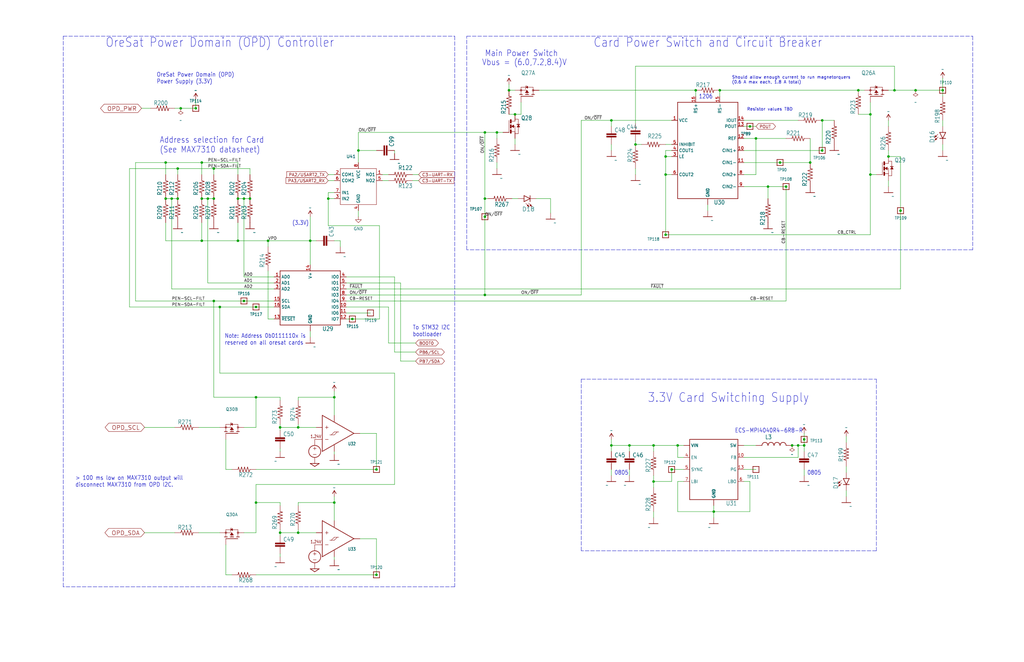
<source format=kicad_sch>
(kicad_sch (version 20211123) (generator eeschema)
  (paper "B")
  (junction (at 74.93 71.12))
  (junction (at 397.51 38.1))
  (junction (at 346.71 63.5))
  (junction (at 334.01 187.96))
  (junction (at 87.63 83.82))
  (junction (at 341.63 68.58))
  (junction (at 102.87 127))
  (junction (at 257.81 187.96))
  (junction (at 158.75 198.12))
  (junction (at 209.55 55.88))
  (junction (at 85.09 83.82))
  (junction (at 107.95 167.64))
  (junction (at 102.87 83.82))
  (junction (at 92.71 129.54))
  (junction (at 336.55 187.96))
  (junction (at 74.93 83.82))
  (junction (at 285.75 187.96))
  (junction (at 107.95 212.09))
  (junction (at 140.97 167.64))
  (junction (at 293.37 38.1))
  (junction (at 107.95 129.54))
  (junction (at 125.73 224.79))
  (junction (at 90.17 83.82))
  (junction (at 105.41 83.82))
  (junction (at 374.65 66.04))
  (junction (at 267.97 60.96))
  (junction (at 361.95 38.1))
  (junction (at 386.08 38.1))
  (junction (at 377.19 38.1))
  (junction (at 275.59 187.96))
  (junction (at 125.73 180.34))
  (junction (at 151.13 63.5))
  (junction (at 280.67 73.66))
  (junction (at 118.11 180.34))
  (junction (at 367.03 73.66))
  (junction (at 138.43 83.82))
  (junction (at 280.67 99.06))
  (junction (at 214.63 38.1))
  (junction (at 339.09 185.42))
  (junction (at 303.53 38.1))
  (junction (at 140.97 212.09))
  (junction (at 113.03 101.6))
  (junction (at 204.47 124.46))
  (junction (at 130.81 101.6))
  (junction (at 85.09 68.58))
  (junction (at 82.55 45.72))
  (junction (at 72.39 83.82))
  (junction (at 328.93 68.58))
  (junction (at 100.33 83.82))
  (junction (at 339.09 187.96))
  (junction (at 69.85 68.58))
  (junction (at 331.47 78.74))
  (junction (at 148.59 134.62))
  (junction (at 69.85 83.82))
  (junction (at 318.77 58.42))
  (junction (at 257.81 50.8))
  (junction (at 90.17 71.12))
  (junction (at 204.47 83.82))
  (junction (at 379.73 88.9))
  (junction (at 76.2 45.72))
  (junction (at 316.23 53.34))
  (junction (at 118.11 224.79))
  (junction (at 85.09 101.6))
  (junction (at 217.17 48.26))
  (junction (at 265.43 187.96))
  (junction (at 367.03 48.26))
  (junction (at 346.71 50.8))
  (junction (at 323.85 78.74))
  (junction (at 158.75 242.57))
  (junction (at 275.59 203.2))
  (junction (at 300.99 215.9))
  (junction (at 283.21 198.12))
  (junction (at 100.33 101.6))
  (junction (at 90.17 127))
  (junction (at 280.67 66.04))
  (junction (at 204.47 91.44))
  (junction (at 204.47 55.88))
  (wire (pts (xy 166.37 204.47) (xy 166.37 157.48)))
  (wire (pts (xy 160.02 134.62) (xy 160.02 95.25)))
  (wire (pts (xy 118.11 190.5) (xy 118.11 189.23)))
  (wire (pts (xy 95.25 242.57) (xy 95.25 229.87)))
  (wire (pts (xy 74.93 83.82) (xy 72.39 83.82)))
  (wire (pts (xy 140.97 212.09) (xy 140.97 219.71)))
  (wire (pts (xy 367.03 99.06) (xy 280.67 99.06)))
  (wire (pts (xy 69.85 73.66) (xy 69.85 68.58)))
  (wire (pts (xy 226.06 83.82) (xy 232.156 83.82)))
  (wire (pts (xy 285.75 215.9) (xy 300.99 215.9)))
  (wire (pts (xy 146.05 132.08) (xy 156.21 132.08)))
  (wire (pts (xy 107.95 180.34) (xy 102.87 180.34)))
  (wire (pts (xy 275.59 203.2) (xy 275.59 200.66)))
  (wire (pts (xy 257.81 187.96) (xy 265.43 187.96)))
  (wire (pts (xy 163.83 129.54) (xy 163.83 144.78)))
  (wire (pts (xy 140.97 81.28) (xy 138.43 81.28)))
  (wire (pts (xy 151.765 182.88) (xy 158.75 182.88)))
  (wire (pts (xy 293.37 38.1) (xy 293.37 40.64)))
  (wire (pts (xy 130.81 101.6) (xy 133.35 101.6)))
  (wire (pts (xy 209.55 55.88) (xy 212.09 55.88)))
  (wire (pts (xy 146.05 129.54) (xy 163.83 129.54)))
  (wire (pts (xy 87.63 119.38) (xy 87.63 83.82)))
  (wire (pts (xy 146.05 127) (xy 331.47 127)))
  (wire (pts (xy 166.37 63.5) (xy 166.37 64.77)))
  (wire (pts (xy 265.43 200.66) (xy 265.43 198.12)))
  (wire (pts (xy 313.69 187.96) (xy 318.77 187.96)))
  (wire (pts (xy 374.65 38.1) (xy 377.19 38.1)))
  (wire (pts (xy 275.59 187.96) (xy 265.43 187.96)))
  (wire (pts (xy 313.69 198.12) (xy 318.77 198.12)))
  (wire (pts (xy 90.17 127) (xy 102.87 127)))
  (wire (pts (xy 339.09 190.5) (xy 339.09 187.96)))
  (wire (pts (xy 138.43 81.28) (xy 138.43 83.82)))
  (wire (pts (xy 267.97 73.66) (xy 267.97 71.12)))
  (wire (pts (xy 72.39 121.92) (xy 72.39 83.82)))
  (wire (pts (xy 397.51 33.02) (xy 397.51 38.1)))
  (wire (pts (xy 341.63 68.58) (xy 341.63 58.42)))
  (wire (pts (xy 107.95 212.09) (xy 107.95 224.79)))
  (wire (pts (xy 209.55 55.88) (xy 204.47 55.88)))
  (wire (pts (xy 176.53 76.2) (xy 173.99 76.2)))
  (wire (pts (xy 73.66 224.79) (xy 60.96 224.79)))
  (wire (pts (xy 356.87 196.85) (xy 356.87 199.39)))
  (wire (pts (xy 102.87 83.82) (xy 100.33 83.82)))
  (wire (pts (xy 379.73 121.92) (xy 146.05 121.92)))
  (wire (pts (xy 138.43 83.82) (xy 140.97 83.82)))
  (wire (pts (xy 107.95 198.12) (xy 158.75 198.12)))
  (wire (pts (xy 168.91 119.38) (xy 168.91 152.4)))
  (wire (pts (xy 151.13 63.5) (xy 158.75 63.5)))
  (wire (pts (xy 90.17 73.66) (xy 90.17 71.12)))
  (wire (pts (xy 397.51 38.1) (xy 397.51 40.64)))
  (polyline (pts (xy 196.85 105.41) (xy 196.85 15.24)))
  (wire (pts (xy 374.65 66.04) (xy 379.73 66.04)))
  (wire (pts (xy 125.73 213.36) (xy 125.73 212.09)))
  (wire (pts (xy 100.33 101.6) (xy 100.33 93.98)))
  (wire (pts (xy 316.23 215.9) (xy 300.99 215.9)))
  (wire (pts (xy 298.45 88.9) (xy 298.45 86.36)))
  (wire (pts (xy 313.69 53.34) (xy 316.23 53.34)))
  (wire (pts (xy 90.17 71.12) (xy 105.41 71.12)))
  (wire (pts (xy 115.57 116.84) (xy 102.87 116.84)))
  (polyline (pts (xy 369.57 160.02) (xy 369.57 232.41)))
  (wire (pts (xy 107.95 167.64) (xy 90.17 167.64)))
  (wire (pts (xy 374.65 76.2) (xy 374.65 78.74)))
  (wire (pts (xy 130.81 142.24) (xy 130.81 139.7)))
  (wire (pts (xy 283.21 198.12) (xy 283.21 203.2)))
  (wire (pts (xy 151.765 227.33) (xy 158.75 227.33)))
  (wire (pts (xy 57.15 127) (xy 57.15 68.58)))
  (polyline (pts (xy 191.77 247.65) (xy 26.67 247.65)))
  (wire (pts (xy 257.81 187.96) (xy 257.81 185.42)))
  (wire (pts (xy 209.55 68.58) (xy 209.55 71.12)))
  (wire (pts (xy 377.19 27.94) (xy 377.19 38.1)))
  (wire (pts (xy 204.47 83.82) (xy 204.47 91.44)))
  (wire (pts (xy 143.51 101.6) (xy 143.51 104.14)))
  (wire (pts (xy 57.15 127) (xy 90.17 127)))
  (polyline (pts (xy 245.11 160.02) (xy 369.57 160.02)))
  (wire (pts (xy 140.97 167.64) (xy 140.97 165.1)))
  (wire (pts (xy 257.81 53.34) (xy 257.81 50.8)))
  (polyline (pts (xy 245.11 232.41) (xy 245.11 160.02)))
  (wire (pts (xy 92.71 157.48) (xy 92.71 129.54)))
  (wire (pts (xy 158.75 182.88) (xy 158.75 198.12)))
  (wire (pts (xy 267.97 27.94) (xy 377.19 27.94)))
  (wire (pts (xy 328.93 68.58) (xy 313.69 68.58)))
  (wire (pts (xy 280.67 73.66) (xy 283.21 73.66)))
  (wire (pts (xy 73.66 180.34) (xy 60.96 180.34)))
  (wire (pts (xy 283.21 198.12) (xy 288.29 198.12)))
  (wire (pts (xy 336.55 187.96) (xy 339.09 187.96)))
  (wire (pts (xy 313.69 193.04) (xy 336.55 193.04)))
  (wire (pts (xy 280.67 63.5) (xy 280.67 66.04)))
  (wire (pts (xy 204.47 55.88) (xy 151.13 55.88)))
  (wire (pts (xy 336.55 187.96) (xy 334.01 187.96)))
  (wire (pts (xy 283.21 203.2) (xy 275.59 203.2)))
  (wire (pts (xy 102.87 116.84) (xy 102.87 83.82)))
  (wire (pts (xy 146.05 119.38) (xy 168.91 119.38)))
  (wire (pts (xy 118.11 167.64) (xy 107.95 167.64)))
  (wire (pts (xy 115.57 129.54) (xy 107.95 129.54)))
  (wire (pts (xy 63.5 45.72) (xy 59.69 45.72)))
  (wire (pts (xy 113.03 101.6) (xy 130.81 101.6)))
  (wire (pts (xy 163.83 76.2) (xy 161.29 76.2)))
  (wire (pts (xy 285.75 193.04) (xy 288.29 193.04)))
  (wire (pts (xy 346.71 50.8) (xy 351.79 50.8)))
  (polyline (pts (xy 26.67 15.24) (xy 191.77 15.24)))
  (wire (pts (xy 367.03 48.26) (xy 367.03 73.66)))
  (wire (pts (xy 316.23 203.2) (xy 316.23 215.9)))
  (wire (pts (xy 118.11 168.91) (xy 118.11 167.64)))
  (wire (pts (xy 118.11 234.95) (xy 118.11 233.68)))
  (wire (pts (xy 204.47 55.88) (xy 204.47 83.82)))
  (polyline (pts (xy 196.85 15.24) (xy 410.21 15.24)))
  (wire (pts (xy 214.63 48.26) (xy 217.17 48.26)))
  (wire (pts (xy 118.11 224.79) (xy 125.73 224.79)))
  (wire (pts (xy 107.95 212.09) (xy 107.95 204.47)))
  (wire (pts (xy 280.67 66.04) (xy 280.67 73.66)))
  (wire (pts (xy 303.53 38.1) (xy 361.95 38.1)))
  (wire (pts (xy 92.71 224.79) (xy 83.82 224.79)))
  (wire (pts (xy 313.69 50.8) (xy 336.55 50.8)))
  (wire (pts (xy 275.59 218.44) (xy 275.59 215.9)))
  (wire (pts (xy 318.77 73.66) (xy 318.77 58.42)))
  (wire (pts (xy 257.81 50.8) (xy 283.21 50.8)))
  (wire (pts (xy 267.97 52.07) (xy 267.97 27.94)))
  (wire (pts (xy 125.73 223.52) (xy 125.73 224.79)))
  (wire (pts (xy 356.87 184.15) (xy 356.87 186.69)))
  (wire (pts (xy 397.51 60.96) (xy 397.51 63.5)))
  (wire (pts (xy 87.63 83.82) (xy 85.09 83.82)))
  (wire (pts (xy 361.95 38.1) (xy 364.49 38.1)))
  (wire (pts (xy 331.47 78.74) (xy 323.85 78.74)))
  (wire (pts (xy 280.67 66.04) (xy 283.21 66.04)))
  (wire (pts (xy 140.97 167.64) (xy 125.73 167.64)))
  (wire (pts (xy 92.71 129.54) (xy 54.61 129.54)))
  (wire (pts (xy 69.85 101.6) (xy 69.85 93.98)))
  (wire (pts (xy 318.77 58.42) (xy 331.47 58.42)))
  (wire (pts (xy 303.53 40.64) (xy 303.53 38.1)))
  (wire (pts (xy 323.85 83.82) (xy 323.85 78.74)))
  (wire (pts (xy 100.33 73.66) (xy 100.33 68.58)))
  (wire (pts (xy 73.66 45.72) (xy 76.2 45.72)))
  (wire (pts (xy 74.93 73.66) (xy 74.93 71.12)))
  (wire (pts (xy 92.71 180.34) (xy 83.82 180.34)))
  (polyline (pts (xy 410.21 15.24) (xy 410.21 105.41)))
  (wire (pts (xy 217.17 48.26) (xy 219.71 48.26)))
  (wire (pts (xy 118.11 212.09) (xy 107.95 212.09)))
  (wire (pts (xy 283.21 63.5) (xy 280.67 63.5)))
  (wire (pts (xy 57.15 68.58) (xy 69.85 68.58)))
  (wire (pts (xy 219.71 48.26) (xy 219.71 43.18)))
  (polyline (pts (xy 26.67 247.65) (xy 26.67 15.24)))
  (wire (pts (xy 166.37 116.84) (xy 166.37 148.59)))
  (polyline (pts (xy 369.57 232.41) (xy 245.11 232.41)))
  (wire (pts (xy 166.37 148.59) (xy 175.26 148.59)))
  (wire (pts (xy 369.57 73.66) (xy 367.03 73.66)))
  (wire (pts (xy 107.95 129.54) (xy 92.71 129.54)))
  (wire (pts (xy 113.03 104.14) (xy 113.03 101.6)))
  (wire (pts (xy 105.41 71.12) (xy 105.41 73.66)))
  (wire (pts (xy 336.55 193.04) (xy 336.55 187.96)))
  (wire (pts (xy 125.73 180.34) (xy 133.35 180.34)))
  (wire (pts (xy 163.83 73.66) (xy 161.29 73.66)))
  (wire (pts (xy 356.87 207.01) (xy 356.87 209.55)))
  (wire (pts (xy 130.81 111.76) (xy 130.81 101.6)))
  (wire (pts (xy 288.29 187.96) (xy 285.75 187.96)))
  (wire (pts (xy 151.13 55.88) (xy 151.13 63.5)))
  (wire (pts (xy 151.13 63.5) (xy 151.13 68.58)))
  (wire (pts (xy 138.43 76.2) (xy 140.97 76.2)))
  (wire (pts (xy 95.25 198.12) (xy 95.25 185.42)))
  (wire (pts (xy 245.11 124.46) (xy 245.11 50.8)))
  (wire (pts (xy 107.95 204.47) (xy 166.37 204.47)))
  (wire (pts (xy 115.57 134.62) (xy 113.03 134.62)))
  (wire (pts (xy 97.79 198.12) (xy 95.25 198.12)))
  (wire (pts (xy 374.65 50.8) (xy 374.65 53.34)))
  (polyline (pts (xy 191.77 15.24) (xy 191.77 247.65)))
  (wire (pts (xy 74.93 71.12) (xy 90.17 71.12)))
  (wire (pts (xy 140.97 236.22) (xy 140.97 234.95)))
  (wire (pts (xy 130.81 101.6) (xy 130.81 91.44)))
  (wire (pts (xy 313.69 73.66) (xy 318.77 73.66)))
  (wire (pts (xy 118.11 224.79) (xy 118.11 223.52)))
  (wire (pts (xy 377.19 38.1) (xy 386.08 38.1)))
  (wire (pts (xy 323.85 78.74) (xy 313.69 78.74)))
  (wire (pts (xy 214.63 38.1) (xy 217.17 38.1)))
  (wire (pts (xy 209.55 58.42) (xy 209.55 55.88)))
  (wire (pts (xy 97.79 242.57) (xy 95.25 242.57)))
  (wire (pts (xy 151.13 88.9) (xy 151.13 91.44)))
  (wire (pts (xy 115.57 119.38) (xy 87.63 119.38)))
  (wire (pts (xy 85.09 73.66) (xy 85.09 68.58)))
  (wire (pts (xy 397.51 50.8) (xy 397.51 53.34)))
  (wire (pts (xy 54.61 71.12) (xy 74.93 71.12)))
  (wire (pts (xy 367.03 48.26) (xy 367.03 43.18)))
  (wire (pts (xy 204.47 124.46) (xy 245.11 124.46)))
  (wire (pts (xy 146.05 124.46) (xy 204.47 124.46)))
  (wire (pts (xy 280.67 99.06) (xy 280.67 73.66)))
  (wire (pts (xy 285.75 203.2) (xy 285.75 215.9)))
  (wire (pts (xy 118.11 224.79) (xy 118.11 226.06)))
  (wire (pts (xy 138.43 95.25) (xy 138.43 83.82)))
  (wire (pts (xy 285.75 187.96) (xy 275.59 187.96)))
  (wire (pts (xy 168.91 152.4) (xy 175.26 152.4)))
  (wire (pts (xy 85.09 101.6) (xy 100.33 101.6)))
  (wire (pts (xy 125.73 168.91) (xy 125.73 167.64)))
  (wire (pts (xy 275.59 205.74) (xy 275.59 203.2)))
  (wire (pts (xy 361.95 48.26) (xy 367.03 48.26)))
  (wire (pts (xy 113.03 114.3) (xy 113.03 134.62)))
  (wire (pts (xy 90.17 167.64) (xy 90.17 127)))
  (wire (pts (xy 257.81 63.5) (xy 257.81 60.96)))
  (wire (pts (xy 166.37 116.84) (xy 146.05 116.84)))
  (wire (pts (xy 316.23 53.34) (xy 318.77 53.34)))
  (wire (pts (xy 107.95 224.79) (xy 102.87 224.79)))
  (wire (pts (xy 90.17 83.82) (xy 87.63 83.82)))
  (wire (pts (xy 118.11 181.61) (xy 118.11 180.34)))
  (wire (pts (xy 339.09 187.96) (xy 339.09 185.42)))
  (wire (pts (xy 257.81 190.5) (xy 257.81 187.96)))
  (wire (pts (xy 125.73 179.07) (xy 125.73 180.34)))
  (wire (pts (xy 69.85 68.58) (xy 85.09 68.58)))
  (wire (pts (xy 85.09 101.6) (xy 85.09 93.98)))
  (wire (pts (xy 379.73 88.9) (xy 379.73 121.92)))
  (wire (pts (xy 313.69 203.2) (xy 316.23 203.2)))
  (wire (pts (xy 176.53 73.66) (xy 173.99 73.66)))
  (polyline (pts (xy 410.21 105.41) (xy 196.85 105.41)))
  (wire (pts (xy 140.97 191.77) (xy 140.97 190.5)))
  (wire (pts (xy 232.156 83.82) (xy 232.156 89.916)))
  (wire (pts (xy 214.63 35.56) (xy 214.63 38.1)))
  (wire (pts (xy 163.83 144.78) (xy 175.26 144.78)))
  (wire (pts (xy 257.81 198.12) (xy 257.81 200.66)))
  (wire (pts (xy 166.37 157.48) (xy 92.71 157.48)))
  (wire (pts (xy 267.97 60.96) (xy 270.51 60.96)))
  (wire (pts (xy 328.93 68.58) (xy 341.63 68.58)))
  (wire (pts (xy 118.11 180.34) (xy 118.11 179.07)))
  (wire (pts (xy 72.39 83.82) (xy 69.85 83.82)))
  (wire (pts (xy 204.47 91.44) (xy 204.47 124.46)))
  (wire (pts (xy 118.11 180.34) (xy 125.73 180.34)))
  (wire (pts (xy 339.09 200.66) (xy 339.09 198.12)))
  (wire (pts (xy 339.09 182.88) (xy 339.09 185.42)))
  (wire (pts (xy 140.97 212.09) (xy 140.97 209.55)))
  (wire (pts (xy 300.99 218.44) (xy 300.99 215.9)))
  (wire (pts (xy 69.85 101.6) (xy 85.09 101.6)))
  (wire (pts (xy 313.69 63.5) (xy 346.71 63.5)))
  (wire (pts (xy 283.21 60.96) (xy 280.67 60.96)))
  (wire (pts (xy 85.09 68.58) (xy 100.33 68.58)))
  (wire (pts (xy 140.97 175.26) (xy 140.97 167.64)))
  (wire (pts (xy 82.55 45.72) (xy 82.55 41.91)))
  (wire (pts (xy 140.97 101.6) (xy 143.51 101.6)))
  (wire (pts (xy 107.95 167.64) (xy 107.95 180.34)))
  (wire (pts (xy 285.75 203.2) (xy 288.29 203.2)))
  (wire (pts (xy 379.73 66.04) (xy 379.73 88.9)))
  (wire (pts (xy 265.43 190.5) (xy 265.43 187.96)))
  (wire (pts (xy 275.59 190.5) (xy 275.59 187.96)))
  (wire (pts (xy 118.11 213.36) (xy 118.11 212.09)))
  (wire (pts (xy 115.57 121.92) (xy 72.39 121.92)))
  (wire (pts (xy 102.87 127) (xy 115.57 127)))
  (wire (pts (xy 245.11 50.8) (xy 257.81 50.8)))
  (wire (pts (xy 217.17 58.42) (xy 217.17 60.96)))
  (wire (pts (xy 227.33 38.1) (xy 293.37 38.1)))
  (wire (pts (xy 267.97 59.69) (xy 267.97 60.96)))
  (wire (pts (xy 331.47 127) (xy 331.47 78.74)))
  (wire (pts (xy 374.65 63.5) (xy 374.65 66.04)))
  (wire (pts (xy 346.71 63.5) (xy 346.71 50.8)))
  (wire (pts (xy 100.33 101.6) (xy 113.03 101.6)))
  (wire (pts (xy 160.02 95.25) (xy 138.43 95.25)))
  (wire (pts (xy 285.75 193.04) (xy 285.75 187.96)))
  (wire (pts (xy 107.95 242.57) (xy 158.75 242.57)))
  (wire (pts (xy 367.03 73.66) (xy 367.03 99.06)))
  (wire (pts (xy 105.41 83.82) (xy 102.87 83.82)))
  (wire (pts (xy 215.9 83.82) (xy 218.44 83.82)))
  (wire (pts (xy 138.43 73.66) (xy 140.97 73.66)))
  (wire (pts (xy 313.69 58.42) (xy 318.77 58.42)))
  (wire (pts (xy 148.59 134.62) (xy 160.02 134.62)))
  (wire (pts (xy 54.61 129.54) (xy 54.61 71.12)))
  (wire (pts (xy 76.2 45.72) (xy 82.55 45.72)))
  (wire (pts (xy 140.97 212.09) (xy 125.73 212.09)))
  (wire (pts (xy 205.74 83.82) (xy 204.47 83.82)))
  (wire (pts (xy 148.59 134.62) (xy 146.05 134.62)))
  (wire (pts (xy 158.75 227.33) (xy 158.75 242.57)))
  (wire (pts (xy 386.08 38.1) (xy 397.51 38.1)))
  (wire (pts (xy 300.99 215.9) (xy 300.99 213.36)))
  (wire (pts (xy 125.73 224.79) (xy 133.35 224.79)))
  (text "Vbus = (6.0,7.2,8.4)V" (at 203.2 27.94 180) (effects (font (size 2.54 2.159)) (justify left bottom)))
  (text "Note: Address 0b0111110x is\nreserved on all oresat cards" (at 94.742 145.796 0) (effects (font (size 1.778 1.5113)) (justify left bottom)))
  (text "3.3V Card Switching Supply" (at 273.05 170.18 180) (effects (font (size 3.81 3.2385)) (justify left bottom)))
  (text "ECS-MPI4040R4-6R8-R" (at 309.88 182.88 180) (effects (font (size 1.778 1.5113)) (justify left bottom)))
  (text "Should allow enough current to run magnetorquers\n(0.6 A max each, 1.8 A total)" (at 308.61 35.56 0) (effects (font (size 1.27 1.27)) (justify left bottom)))
  (text "OreSat Power Domain (OPD)\nPower Supply (3.3V)" (at 66.04 35.56 180) (effects (font (size 1.778 1.5113)) (justify left bottom)))
  (text "> 100 ms low on MAX7310 output will\ndisconnect MAX7310 from OPD I2C." (at 31.75 205.74 0) (effects (font (size 1.778 1.5113)) (justify left bottom)))
  (text "Card Power Switch and Circuit Breaker" (at 250.19 20.32 180) (effects (font (size 3.81 3.2385)) (justify left bottom)))
  (text "1206" (at 294.64 41.91 180) (effects (font (size 1.778 1.5113)) (justify left bottom)))
  (text "(3.3V)" (at 123.19 95.25 180) (effects (font (size 1.778 1.5113)) (justify left bottom)))
  (text "To STM32 I2C\nbootloader" (at 173.99 142.24 180) (effects (font (size 1.778 1.5113)) (justify left bottom)))
  (text "Resistor values TBD" (at 314.96 46.99 0) (effects (font (size 1.27 1.27)) (justify left bottom)))
  (text "Address selection for Card\n(See MAX7310 datasheet)" (at 67.31 64.77 0) (effects (font (size 2.54 2.159)) (justify left bottom)))
  (text "0805" (at 259.08 200.66 180) (effects (font (size 1.778 1.5113)) (justify left bottom)))
  (text "OreSat Power Domain (OPD) Controller" (at 44.45 20.32 180) (effects (font (size 3.81 3.2385)) (justify left bottom)))
  (text "0805" (at 340.36 200.66 180) (effects (font (size 1.778 1.5113)) (justify left bottom)))
  (text "Main Power Switch" (at 204.47 24.13 180) (effects (font (size 2.54 2.159)) (justify left bottom)))
  (label "~{FAULT}" (at 147.32 121.92 0) (effects (font (size 1.2446 1.2446))))
  (label "VPD" (at 113.03 101.6 0) (effects (font (size 1.2446 1.2446))))
  (label "PEN-SCL-FILT" (at 87.63 68.58 0) (effects (font (size 1.2446 1.2446))))
  (label "AD2" (at 102.87 121.92 0) (effects (font (size 1.2446 1.2446))))
  (label "CB-RESET" (at 147.32 127 0) (effects (font (size 1.2446 1.2446))))
  (label "AD1" (at 102.87 119.38 0) (effects (font (size 1.2446 1.2446))))
  (label "ON/~{OFF}" (at 151.13 55.88 0) (effects (font (size 1.2446 1.2446))))
  (label "PEN-SCL-FILT" (at 72.39 127 0) (effects (font (size 1.2446 1.2446))))
  (label "ON/~{OFF}" (at 204.47 91.44 0) (effects (font (size 1.2446 1.2446))))
  (label "AD0" (at 102.87 116.84 0) (effects (font (size 1.2446 1.2446))))
  (label "PEN-SDA-FILT" (at 87.63 71.12 0) (effects (font (size 1.2446 1.2446))))
  (label "~{FAULT}" (at 274.32 121.92 0) (effects (font (size 1.2446 1.2446))))
  (label "ON/~{OFF}" (at 147.32 124.46 0) (effects (font (size 1.2446 1.2446))))
  (label "CB_CTRL" (at 353.06 99.06 0) (effects (font (size 1.2446 1.2446))))
  (label "ON/~{OFF}" (at 246.38 50.8 0) (effects (font (size 1.2446 1.2446))))
  (label "CB-RESET" (at 316.23 127 0) (effects (font (size 1.2446 1.2446))))
  (label "PEN-SDA-FILT" (at 72.39 129.54 0) (effects (font (size 1.2446 1.2446))))
  (label "ON/~{OFF}" (at 204.47 64.77 90) (effects (font (size 1.2446 1.2446))))
  (label "CB-RESET" (at 331.47 102.87 90) (effects (font (size 1.2446 1.2446))))
  (label "ON/~{OFF}" (at 219.71 124.46 0) (effects (font (size 1.2446 1.2446))))
  (global_label "PA3{slash}USART2_RX" (shape input) (at 138.43 76.2 180) (property "Intersheet References" "${INTERSHEET_REFS}" (effects hide)))
  (global_label "C3-UART-RX" (shape input) (at 176.53 73.66 0) (property "Intersheet References" "${INTERSHEET_REFS}" (effects hide)))
  (global_label "OPD_SCL" (shape bidirectional) (at 60.96 180.34 180) (effects (font (size 1.778 1.778))) (property "Intersheet References" "${INTERSHEET_REFS}" (effects hide)))
  (global_label "PA2{slash}USART2_TX" (shape input) (at 138.43 73.66 180) (property "Intersheet References" "${INTERSHEET_REFS}" (effects hide)))
  (global_label "C3-UART-TX" (shape input) (at 176.53 76.2 0) (property "Intersheet References" "${INTERSHEET_REFS}" (effects hide)))
  (global_label "POUT" (shape bidirectional) (at 318.77 53.34 0) (effects (font (size 1.2446 1.2446))) (property "Intersheet References" "${INTERSHEET_REFS}" (effects hide)))
  (global_label "PB7{slash}SDA" (shape bidirectional) (at 175.26 152.4 0) (property "Intersheet References" "${INTERSHEET_REFS}" (effects hide)))
  (global_label "OPD_SDA" (shape bidirectional) (at 60.96 224.79 180) (effects (font (size 1.778 1.778))) (property "Intersheet References" "${INTERSHEET_REFS}" (effects hide)))
  (global_label "PB6{slash}SCL" (shape bidirectional) (at 175.26 148.59 0) (property "Intersheet References" "${INTERSHEET_REFS}" (effects hide)))
  (global_label "BOOT0" (shape bidirectional) (at 175.26 144.78 0) (property "Intersheet References" "${INTERSHEET_REFS}" (effects hide)))
  (global_label "OPD_PWR" (shape bidirectional) (at 59.69 45.72 180) (effects (font (size 1.778 1.778))) (property "Intersheet References" "${INTERSHEET_REFS}" (effects hide)))
  (symbol (lib_id "oresat-acs-card-eagle-import:R-US_0603-C-NOSILK") (at 90.17 78.74 90) (unit 1)
    (property "Reference" "R208" (at 88.6714 82.55 0) (effects (font (size 1.778 1.5113)) (justify left bottom)))
    (property "Value" "RC1005F6653CS" (effects hide))
  )
  (symbol (lib_id "oresat-acs-card-eagle-import:TEST-POINT-LARGE-SQUARE") (at 331.47 78.74 180) (unit 1)
    (property "Reference" "TP108" (at 334.01 74.93 0) (effects (font (size 1.27 1.0795)) (justify left bottom)))
  )
  (symbol (lib_id "oresat-acs-card-eagle-import:TEST-POINT-LARGE-SQUARE") (at 204.47 91.44 0) (unit 1)
    (property "Reference" "TP107" (at 198.12 88.9 0) (effects (font (size 1.27 1.0795)) (justify left bottom)))
  )
  (symbol (lib_id "oresat-acs-card-eagle-import:LED-GREEN0603") (at 220.98 83.82 90) (unit 1)
    (property "Reference" "D18" (at 225.552 87.249 90) (effects (font (size 1.778 1.778)) (justify left bottom)))
    (property "Value" "IN-S63AT5A" (effects hide))
  )
  (symbol (lib_id "oresat-acs-card-eagle-import:VPD") (at 130.81 91.44 0) (unit 1)
    (property "Reference" "#VPD?" (effects hide))
  )
  (symbol (lib_id "oresat-acs-card-eagle-import:TEST-POINT-LARGE-SQUARE") (at 280.67 99.06 0) (mirror y) (unit 1)
    (property "Reference" "TP118" (at 278.13 101.6 0) (effects (font (size 1.27 1.0795)) (justify left bottom)))
  )
  (symbol (lib_id "oresat-acs-card-eagle-import:GND") (at 209.55 73.66 0) (mirror y) (unit 1)
    (property "Reference" "#GND?" (effects hide))
  )
  (symbol (lib_id "oresat-acs-card-eagle-import:C-EU0805-B-NOSILK") (at 257.81 193.04 0) (unit 1)
    (property "Reference" "C45" (at 259.08 193.04 0) (effects (font (size 1.778 1.5113)) (justify left bottom)))
    (property "Value" "CL21B106KOQNNNG" (effects hide))
  )
  (symbol (lib_id "oresat-acs-card-eagle-import:TEST-POINT-LARGE-SQUARE") (at 318.77 198.12 0) (unit 1)
    (property "Reference" "TP111" (at 314.96 201.93 0) (effects (font (size 1.27 1.0795)) (justify left bottom)))
  )
  (symbol (lib_id "oresat-acs-card-eagle-import:R-US_0603-C-NOSILK") (at 78.74 224.79 0) (unit 1)
    (property "Reference" "R213" (at 74.93 223.52 0) (effects (font (size 1.778 1.5113)) (justify left bottom)))
    (property "Value" "RC0603FR-07100RL" (effects hide))
  )
  (symbol (lib_id "oresat-acs-card-eagle-import:GND") (at 300.99 220.98 0) (unit 1)
    (property "Reference" "#GND?" (effects hide))
  )
  (symbol (lib_id "oresat-acs-card-eagle-import:GND") (at 374.65 81.28 0) (mirror y) (unit 1)
    (property "Reference" "#GND?" (effects hide))
  )
  (symbol (lib_id "oresat-acs-card-eagle-import:VBUSP") (at 397.51 33.02 0) (unit 1)
    (property "Reference" "#VBUSP?" (effects hide))
  )
  (symbol (lib_id "oresat-acs-card-eagle-import:R-US_0603-C-NOSILK") (at 361.95 43.18 90) (unit 1)
    (property "Reference" "R223" (at 360.68 48.26 0) (effects (font (size 1.778 1.5113)) (justify left bottom)))
    (property "Value" "RC0603FR-0710KL" (effects hide))
  )
  (symbol (lib_id "oresat-acs-card-eagle-import:MIC842LYC5") (at 140.97 182.88 0) (unit 1)
    (property "Reference" "U32" (at 146.685 187.96 0) (effects (font (size 1.27 1.0795)) (justify left bottom)))
    (property "Value" "MIC842LYC5-TR" (effects hide))
  )
  (symbol (lib_id "oresat-acs-card-eagle-import:R-US_0603-C-NOSILK") (at 113.03 109.22 90) (unit 1)
    (property "Reference" "R214" (at 111.5314 113.03 0) (effects (font (size 1.778 1.5113)) (justify left bottom)))
    (property "Value" "RC0603FR-0710KL" (effects hide))
  )
  (symbol (lib_id "oresat-acs-card-eagle-import:TEST-POINT-LARGE-SQUARE") (at 316.23 53.34 0) (unit 1)
    (property "Reference" "TP89" (at 312.42 57.15 0) (effects (font (size 1.27 1.0795)) (justify left bottom)))
  )
  (symbol (lib_id "oresat-acs-card-eagle-import:C-EU0603-C-NOSILK") (at 267.97 57.15 0) (mirror x) (unit 1)
    (property "Reference" "C44" (at 264.16 54.61 0) (effects (font (size 1.778 1.5113)) (justify left top)))
  )
  (symbol (lib_id "oresat-acs-card-eagle-import:C-EU0603-C-NOSILK") (at 163.83 63.5 270) (mirror x) (unit 1)
    (property "Reference" "C99" (at 164.211 61.976 0) (effects (font (size 1.778 1.5113)) (justify left bottom)))
    (property "Value" "CL10B104KB8NNNL" (effects hide))
  )
  (symbol (lib_id "oresat-acs-card-eagle-import:GND") (at 356.87 212.09 0) (mirror y) (unit 1)
    (property "Reference" "#GND?" (effects hide))
  )
  (symbol (lib_id "oresat-acs-card-eagle-import:TEST-POINT-LARGE-SQUARE") (at 339.09 185.42 0) (unit 1)
    (property "Reference" "TP113" (at 341.63 186.69 0) (effects (font (size 1.27 1.0795)) (justify left bottom)))
  )
  (symbol (lib_id "oresat-acs-card-eagle-import:TEST-POINT-LARGE-SQUARE") (at 102.87 127 180) (unit 1)
    (property "Reference" "TP116" (at 105.41 123.19 0) (effects (font (size 1.27 1.0795)) (justify left bottom)))
  )
  (symbol (lib_id "oresat-acs-card-eagle-import:R-US_0603-C-NOSILK") (at 69.85 78.74 270) (unit 1)
    (property "Reference" "R210" (at 68.3514 82.55 0) (effects (font (size 1.778 1.5113)) (justify right top)))
    (property "Value" "RC1005F6653CS" (effects hide))
  )
  (symbol (lib_id "oresat-acs-card-eagle-import:GND") (at 217.17 63.5 0) (mirror y) (unit 1)
    (property "Reference" "#GND?" (effects hide))
  )
  (symbol (lib_id "oresat-acs-card-eagle-import:R-US_0603-C-NOSILK") (at 85.09 88.9 270) (unit 1)
    (property "Reference" "R205" (at 83.5914 92.71 0) (effects (font (size 1.778 1.5113)) (justify right top)))
    (property "Value" "RC1005F6653CS" (effects hide))
  )
  (symbol (lib_id "oresat-acs-card-eagle-import:R-US_0603-C-NOSILK") (at 125.73 218.44 90) (unit 1)
    (property "Reference" "R270" (at 124.46 222.25 0) (effects (font (size 1.778 1.5113)) (justify left bottom)))
    (property "Value" "RC0603FR-071ML" (effects hide))
  )
  (symbol (lib_id "oresat-acs-card-eagle-import:R-US_0603-C-NOSILK") (at 74.93 78.74 90) (unit 1)
    (property "Reference" "R212" (at 73.4314 82.55 0) (effects (font (size 1.778 1.5113)) (justify left bottom)))
    (property "Value" "RC1005F6653CS" (effects hide))
  )
  (symbol (lib_id "oresat-acs-card-eagle-import:R-US_0603-C-NOSILK") (at 275.59 210.82 90) (unit 1)
    (property "Reference" "R228" (at 274.32 215.9 0) (effects (font (size 1.778 1.5113)) (justify left bottom)))
    (property "Value" "RC1005F6653CS" (effects hide))
  )
  (symbol (lib_id "oresat-acs-card-eagle-import:TEST-POINT-LARGE-SQUARE") (at 158.75 198.12 180) (unit 1)
    (property "Reference" "TP121" (at 161.29 194.31 0) (effects (font (size 1.27 1.0795)) (justify left bottom)))
  )
  (symbol (lib_id "oresat-acs-card-eagle-import:GND") (at 257.81 66.04 0) (mirror y) (unit 1)
    (property "Reference" "#GND?" (effects hide))
  )
  (symbol (lib_id "oresat-acs-card-eagle-import:R-US_0603-C-NOSILK") (at 90.17 88.9 90) (unit 1)
    (property "Reference" "R207" (at 88.6714 92.71 0) (effects (font (size 1.778 1.5113)) (justify left bottom)))
    (property "Value" "RC1005F6653CS" (effects hide))
  )
  (symbol (lib_id "power:PWR_FLAG") (at 334.01 187.96 180) (unit 1)
    (property "Reference" "#FLG0103" (effects hide))
  )
  (symbol (lib_id "oresat-acs-card-eagle-import:R-US_0603-C-NOSILK") (at 374.65 58.42 90) (unit 1)
    (property "Reference" "R226" (at 373.38 63.5 0) (effects (font (size 1.778 1.5113)) (justify left bottom)))
    (property "Value" "RC0603FR-0710KL" (effects hide))
  )
  (symbol (lib_id "oresat-acs-card-eagle-import:R-US_0603-C-NOSILK") (at 397.51 45.72 90) (unit 1)
    (property "Reference" "R198" (at 396.24 52.07 0) (effects (font (size 1.778 1.5113)) (justify left bottom)))
    (property "Value" "CRGCQ0603F2K7" (effects hide))
  )
  (symbol (lib_id "oresat-acs-card-eagle-import:R-US_0603-C-NOSILK") (at 267.97 66.04 90) (unit 1)
    (property "Reference" "R224" (at 266.7 68.58 0) (effects (font (size 1.778 1.5113)) (justify left bottom)))
    (property "Value" "RC1005F6653CS" (effects hide))
  )
  (symbol (lib_id "oresat-acs-card-eagle-import:R-US_0603-C-NOSILK") (at 210.82 83.82 180) (unit 1)
    (property "Reference" "R267" (at 214.63 85.3186 0) (effects (font (size 1.778 1.5113)) (justify left bottom)))
    (property "Value" "CRGCQ0603F2K7" (effects hide))
  )
  (symbol (lib_id "oresat-acs-card-eagle-import:C-EU0603-C-NOSILK") (at 118.11 184.15 0) (unit 1)
    (property "Reference" "C50" (at 119.38 184.15 0) (effects (font (size 1.778 1.5113)) (justify left bottom)))
    (property "Value" "CC0603KRX7R7BB105" (effects hide))
  )
  (symbol (lib_id "oresat-acs-card-eagle-import:R-US_0603-C-NOSILK") (at 341.63 50.8 180) (unit 1)
    (property "Reference" "R219" (at 336.55 49.53 0) (effects (font (size 1.778 1.5113)) (justify right top)))
    (property "Value" "RC0603JR-070RL" (effects hide))
  )
  (symbol (lib_id "oresat-acs-card-eagle-import:R-US_0603-C-NOSILK") (at 102.87 198.12 180) (unit 1)
    (property "Reference" "R272" (at 106.68 199.39 0) (effects (font (size 1.778 1.5113)) (justify left bottom)))
    (property "Value" "RC0603FR-07665KL" (effects hide))
  )
  (symbol (lib_id "oresat-acs-card-eagle-import:TEST-POINT-LARGE-SQUARE") (at 82.55 45.72 180) (unit 1)
    (property "Reference" "TP114" (at 85.09 41.91 0) (effects (font (size 1.27 1.0795)) (justify left bottom)))
  )
  (symbol (lib_id "oresat-acs-card-eagle-import:GND") (at 90.17 96.52 0) (mirror y) (unit 1)
    (property "Reference" "#GND?" (effects hide))
  )
  (symbol (lib_id "oresat-acs-card-eagle-import:GND") (at 140.97 194.31 0) (mirror y) (unit 1)
    (property "Reference" "#GND?" (effects hide))
  )
  (symbol (lib_id "oresat-acs-card-eagle-import:GND") (at 265.43 203.2 0) (unit 1)
    (property "Reference" "#GND?" (effects hide))
  )
  (symbol (lib_id "oresat-acs-card-eagle-import:GND") (at 130.81 144.78 0) (mirror y) (unit 1)
    (property "Reference" "#GND?" (effects hide))
  )
  (symbol (lib_id "oresat-acs-card-eagle-import:R-US_0603-C-NOSILK") (at 351.79 55.88 90) (unit 1)
    (property "Reference" "R220" (at 350.2914 60.96 0) (effects (font (size 1.778 1.5113)) (justify left bottom)))
    (property "Value" "RC1005F6653CS" (effects hide))
  )
  (symbol (lib_id "oresat-acs-card-eagle-import:MAX4211") (at 298.45 60.96 0) (unit 1)
    (property "Reference" "U30" (at 300.99 86.36 0) (effects (font (size 1.778 1.5113)) (justify left bottom)))
    (property "Value" "MAX4211FETE" (effects hide))
  )
  (symbol (lib_id "oresat-acs-card-eagle-import:R-US_0603-C-NOSILK") (at 105.41 88.9 90) (unit 1)
    (property "Reference" "R203" (at 103.9114 92.71 0) (effects (font (size 1.778 1.5113)) (justify left bottom)))
    (property "Value" "RC1005F6653CS" (effects hide))
  )
  (symbol (lib_id "oresat-acs-card-eagle-import:GND") (at 105.41 96.52 0) (mirror y) (unit 1)
    (property "Reference" "#GND?" (effects hide))
  )
  (symbol (lib_id "oresat-acs-card-eagle-import:VPD") (at 82.55 41.91 0) (unit 1)
    (property "Reference" "#VPD?" (effects hide))
  )
  (symbol (lib_id "oresat-acs-card-eagle-import:R-US_0603-C-NOSILK") (at 118.11 173.99 90) (unit 1)
    (property "Reference" "R273" (at 116.84 179.07 0) (effects (font (size 1.778 1.5113)) (justify left bottom)))
    (property "Value" "MCT06030C3303FP000" (effects hide))
  )
  (symbol (lib_id "oresat-acs-card-eagle-import:GND") (at 275.59 220.98 0) (unit 1)
    (property "Reference" "#GND?" (effects hide))
  )
  (symbol (lib_id "oresat-acs-card-eagle-import:GND") (at 339.09 203.2 0) (mirror y) (unit 1)
    (property "Reference" "#GND?" (effects hide))
  )
  (symbol (lib_id "oresat-acs-card-eagle-import:TEST-POINT-LARGE-SQUARE") (at 156.21 132.08 90) (unit 1)
    (property "Reference" "TP119" (at 153.67 135.89 90) (effects (font (size 1.27 1.0795)) (justify right top)))
  )
  (symbol (lib_id "oresat-acs-card-eagle-import:TEST-POINT-LARGE-SQUARE") (at 158.75 242.57 180) (unit 1)
    (property "Reference" "TP120" (at 161.29 238.76 0) (effects (font (size 1.27 1.0795)) (justify left bottom)))
  )
  (symbol (lib_id "oresat-acs-card-eagle-import:PMV45EN") (at 217.17 53.34 0) (unit 1)
    (property "Reference" "Q28" (at 219.71 50.8 0) (effects (font (size 1.778 1.5113)) (justify left bottom)))
    (property "Value" "PMV45EN2R" (effects hide))
  )
  (symbol (lib_id "oresat-acs-card-eagle-import:L-ECS-MPI4040") (at 326.39 187.96 90) (unit 1)
    (property "Reference" "L3" (at 322.58 185.42 90) (effects (font (size 1.778 1.5113)) (justify right top)))
    (property "Value" "ECS-MPI4040R4-6R8-R" (effects hide))
  )
  (symbol (lib_id "oresat-acs-card-eagle-import:TPS6211X") (at 300.99 195.58 0) (unit 1)
    (property "Reference" "U31" (at 306.07 213.36 0) (effects (font (size 1.778 1.5113)) (justify left bottom)))
    (property "Value" "TPS62111RSA" (effects hide))
  )
  (symbol (lib_id "oresat-acs-card-eagle-import:TEST-POINT-LARGE-SQUARE") (at 283.21 198.12 0) (unit 1)
    (property "Reference" "TP112" (at 279.908 195.834 0) (effects (font (size 1.27 1.0795)) (justify left bottom)))
  )
  (symbol (lib_id "oresat-acs-card-eagle-import:MIC842LYC5") (at 140.97 227.33 0) (unit 1)
    (property "Reference" "U33" (at 146.685 232.41 0) (effects (font (size 1.27 1.0795)) (justify left bottom)))
    (property "Value" "MIC842LYC5-TR" (effects hide))
  )
  (symbol (lib_id "oresat-acs-card-eagle-import:C-EU0603-C-NOSILK") (at 118.11 228.6 0) (unit 1)
    (property "Reference" "C49" (at 119.38 228.6 0) (effects (font (size 1.778 1.5113)) (justify left bottom)))
    (property "Value" "CC0603KRX7R7BB105" (effects hide))
  )
  (symbol (lib_id "oresat-acs-card-eagle-import:GND") (at 118.11 193.04 0) (unit 1)
    (property "Reference" "#GND?" (effects hide))
  )
  (symbol (lib_id "oresat-acs-card-eagle-import:LED-GREEN0603") (at 397.51 55.88 0) (unit 1)
    (property "Reference" "D16" (at 394.081 60.452 90) (effects (font (size 1.778 1.778)) (justify left bottom)))
    (property "Value" "SML-E12M8WT86" (effects hide))
  )
  (symbol (lib_id "oresat-acs-card-eagle-import:R-US_0603-C-NOSILK") (at 323.85 88.9 90) (unit 1)
    (property "Reference" "R218" (at 322.58 95.25 0) (effects (font (size 1.778 1.5113)) (justify left bottom)))
    (property "Value" "RC0603FR-0710KL" (effects hide))
  )
  (symbol (lib_id "oresat-acs-card-eagle-import:R-US_0603-C-NOSILK") (at 69.85 88.9 270) (unit 1)
    (property "Reference" "R209" (at 68.3514 92.71 0) (effects (font (size 1.778 1.5113)) (justify right top)))
    (property "Value" "RC1005F6653CS" (effects hide))
  )
  (symbol (lib_id "power:PWR_FLAG") (at 76.2 45.72 180) (unit 1)
    (property "Reference" "#FLG010" (effects hide))
  )
  (symbol (lib_id "oresat-acs-card-eagle-import:C-EU0805-B-NOSILK") (at 339.09 193.04 0) (unit 1)
    (property "Reference" "C47" (at 340.36 193.04 0) (effects (font (size 1.778 1.5113)) (justify left bottom)))
    (property "Value" "GRM21BD71A226ME44L" (effects hide))
  )
  (symbol (lib_id "oresat-acs-card-eagle-import:GND") (at 323.85 96.52 0) (mirror y) (unit 1)
    (property "Reference" "#GND?" (effects hide))
  )
  (symbol (lib_id "oresat-acs-card-eagle-import:R-US_0603-C-NOSILK") (at 168.91 76.2 180) (unit 1)
    (property "Reference" "R123" (at 173.99 77.47 0) (effects (font (size 1.778 1.5113)) (justify left bottom)))
    (property "Value" "RC0603FR-0710KL" (effects hide))
  )
  (symbol (lib_id "oresat-acs-card-eagle-import:R-US_0603-C-NOSILK") (at 168.91 73.66 180) (unit 1)
    (property "Reference" "R122" (at 173.99 69.85 0) (effects (font (size 1.778 1.5113)) (justify left bottom)))
    (property "Value" "RC0603FR-0710KL" (effects hide))
  )
  (symbol (lib_id "oresat-acs-card-eagle-import:R-US_0603-C-NOSILK") (at 341.63 73.66 90) (unit 1)
    (property "Reference" "R222" (at 340.36 78.74 0) (effects (font (size 1.778 1.5113)) (justify left bottom)))
    (property "Value" "RC1005F6653CS" (effects hide))
  )
  (symbol (lib_id "oresat-acs-card-eagle-import:R-US_R1206") (at 298.45 38.1 0) (unit 1)
    (property "Reference" "R217" (at 293.37 36.83 0) (effects (font (size 1.778 1.5113)) (justify left bottom)))
    (property "Value" "CSR1206FTR100" (effects hide))
  )
  (symbol (lib_id "oresat-acs-card-eagle-import:R-US_0603-C-NOSILK") (at 125.73 173.99 90) (unit 1)
    (property "Reference" "R274" (at 124.46 177.8 0) (effects (font (size 1.778 1.5113)) (justify left bottom)))
    (property "Value" "RC0603FR-071ML" (effects hide))
  )
  (symbol (lib_id "oresat-acs-card-eagle-import:C-EU0603-C-NOSILK") (at 265.43 193.04 0) (unit 1)
    (property "Reference" "C46" (at 266.7 193.04 0) (effects (font (size 1.778 1.5113)) (justify left bottom)))
    (property "Value" "CC0603KRX7R7BB105" (effects hide))
  )
  (symbol (lib_id "oresat-acs-card-eagle-import:GND") (at 257.81 203.2 0) (unit 1)
    (property "Reference" "#GND?" (effects hide))
  )
  (symbol (lib_id "oresat-acs-card-eagle-import:VPD") (at 140.97 165.1 0) (unit 1)
    (property "Reference" "#VPD?" (effects hide))
  )
  (symbol (lib_id "oresat-acs-card-eagle-import:C-EU0603-C-NOSILK") (at 257.81 55.88 0) (unit 1)
    (property "Reference" "C48" (at 259.08 55.88 0) (effects (font (size 1.778 1.5113)) (justify left bottom)))
    (property "Value" "CC0603KRX7R7BB105" (effects hide))
  )
  (symbol (lib_id "oresat-acs-card-eagle-import:MOSFET-PCH-dual-SOT23-6") (at 97.79 182.88 90) (unit 2)
    (property "Reference" "Q30" (at 97.79 172.72 90))
  )
  (symbol (lib_id "oresat-acs-card-eagle-import:R-US_0603-C-NOSILK") (at 356.87 191.77 90) (unit 1)
    (property "Reference" "R199" (at 355.6 194.945 0) (effects (font (size 1.778 1.5113)) (justify left bottom)))
    (property "Value" "CRGCQ0603F2K7" (effects hide))
  )
  (symbol (lib_id "oresat-acs-card-eagle-import:PMV45EN") (at 374.65 71.12 0) (unit 1)
    (property "Reference" "Q29" (at 377.19 68.58 0) (effects (font (size 1.778 1.5113)) (justify left bottom)))
    (property "Value" "PMV45EN2R" (effects hide))
  )
  (symbol (lib_id "oresat-acs-card-eagle-import:GND") (at 143.51 106.68 0) (mirror y) (unit 1)
    (property "Reference" "#GND?" (effects hide))
  )
  (symbol (lib_name "MOSFET-PCH-SOT23-6_2") (lib_id "oresat-acs-card-eagle-import:MOSFET-PCH-SOT23-6") (at 222.25 40.64 90) (unit 1)
    (property "Reference" "Q27" (at 219.71 31.75 90) (effects (font (size 1.778 1.5113)) (justify right top)))
    (property "Value" "MOSFET-PCH-SOT23-6" (effects hide))
  )
  (symbol (lib_id "oresat-acs-card-eagle-import:LED-GREEN0603") (at 356.87 201.93 0) (unit 1)
    (property "Reference" "D17" (at 353.441 206.502 90) (effects (font (size 1.778 1.778)) (justify left bottom)))
    (property "Value" "SML-E12M8WT86" (effects hide))
  )
  (symbol (lib_id "oresat-acs-card-eagle-import:R-US_0603-C-NOSILK") (at 118.11 218.44 90) (unit 1)
    (property "Reference" "R269" (at 116.84 223.52 0) (effects (font (size 1.778 1.5113)) (justify left bottom)))
    (property "Value" "MCT06030C3303FP000" (effects hide))
  )
  (symbol (lib_id "oresat-acs-card-eagle-import:GND") (at 298.45 91.44 0) (mirror y) (unit 1)
    (property "Reference" "#GND?" (effects hide))
  )
  (symbol (lib_id "oresat-acs-card-eagle-import:TEST-POINT-LARGE-SQUARE") (at 397.51 38.1 0) (unit 1)
    (property "Reference" "TP110" (at 396.24 35.56 0) (effects (font (size 1.27 1.0795)) (justify left bottom)))
  )
  (symbol (lib_id "oresat-acs-card-eagle-import:TEST-POINT-LARGE-SQUARE") (at 148.59 134.62 0) (unit 1)
    (property "Reference" "TP115" (at 146.05 138.43 0) (effects (font (size 1.27 1.0795)) (justify left bottom)))
  )
  (symbol (lib_id "oresat-acs-card-eagle-import:R-US_0603-C-NOSILK") (at 100.33 88.9 270) (unit 1)
    (property "Reference" "R201" (at 98.8314 92.71 0) (effects (font (size 1.778 1.5113)) (justify right top)))
    (property "Value" "RC1005F6653CS" (effects hide))
  )
  (symbol (lib_id "oresat-acs-card-eagle-import:VPD") (at 374.65 50.8 0) (unit 1)
    (property "Reference" "#VPD?" (effects hide))
  )
  (symbol (lib_id "oresat-acs-card-eagle-import:R-US_0603-C-NOSILK") (at 105.41 78.74 90) (unit 1)
    (property "Reference" "R204" (at 103.9114 82.55 0) (effects (font (size 1.778 1.5113)) (justify left bottom)))
    (property "Value" "RC1005F6653CS" (effects hide))
  )
  (symbol (lib_id "oresat-acs-card-eagle-import:GND") (at 140.97 238.76 0) (mirror y) (unit 1)
    (property "Reference" "#GND?" (effects hide))
  )
  (symbol (lib_id "oresat-acs-card-eagle-import:VBUS") (at 214.63 33.02 0) (unit 1)
    (property "Reference" "#VBUS?" (effects hide))
  )
  (symbol (lib_id "oresat-acs-card-eagle-import:TEST-POINT-LARGE-SQUARE") (at 346.71 63.5 0) (unit 1)
    (property "Reference" "TP106" (at 342.9 67.31 0) (effects (font (size 1.27 1.0795)) (justify left bottom)))
  )
  (symbol (lib_id "oresat-acs-card-eagle-import:VPD") (at 140.97 209.55 0) (unit 1)
    (property "Reference" "#VPD?" (effects hide))
  )
  (symbol (lib_id "oresat-acs-card-eagle-import:GND") (at 232.156 92.456 0) (mirror y) (unit 1)
    (property "Reference" "#GND?" (effects hide))
  )
  (symbol (lib_id "oresat-acs-card-eagle-import:GND") (at 166.37 67.31 0) (mirror y) (unit 1)
    (property "Reference" "#GND?" (effects hide))
  )
  (symbol (lib_id "oresat-acs-card-eagle-import:GND") (at 397.51 66.04 0) (mirror y) (unit 1)
    (property "Reference" "#GND?" (effects hide))
  )
  (symbol (lib_id "oresat-acs-card-eagle-import:R-US_0603-C-NOSILK") (at 214.63 43.18 90) (unit 1)
    (property "Reference" "R215" (at 213.36 48.26 0) (effects (font (size 1.778 1.5113)) (justify left bottom)))
    (property "Value" "RC0603FR-0710KL" (effects hide))
  )
  (symbol (lib_id "oresat-acs-card-eagle-import:GND") (at 341.63 81.28 0) (mirror y) (unit 1)
    (property "Reference" "#GND?" (effects hide))
  )
  (symbol (lib_name "MOSFET-PCH-SOT23-6_1") (lib_id "oresat-acs-card-eagle-import:MOSFET-PCH-SOT23-6") (at 369.57 40.64 90) (unit 1)
    (property "Reference" "Q26" (at 363.22 31.75 90) (effects (font (size 1.778 1.5113)) (justify right top)))
    (property "Value" "MOSFET-PCH-SOT23-6" (effects hide))
  )
  (symbol (lib_id "power:GND") (at 151.13 91.44 0) (unit 1)
    (property "Reference" "#PWR?" (effects hide))
  )
  (symbol (lib_id "oresat-acs-card-eagle-import:R-US_0603-C-NOSILK") (at 68.58 45.72 0) (unit 1)
    (property "Reference" "R200" (at 64.77 44.45 0) (effects (font (size 1.778 1.5113)) (justify left bottom)))
    (property "Value" "RC0603FR-0710RL" (effects hide))
  )
  (symbol (lib_id "oresat-acs-card-eagle-import:GND") (at 267.97 76.2 0) (mirror y) (unit 1)
    (property "Reference" "#GND?" (effects hide))
  )
  (symbol (lib_id "oresat-acs-card-eagle-import:R-US_0603-C-NOSILK") (at 102.87 242.57 180) (unit 1)
    (property "Reference" "R268" (at 106.68 243.84 0) (effects (font (size 1.778 1.5113)) (justify left bottom)))
    (property "Value" "RC0603FR-07665KL" (effects hide))
  )
  (symbol (lib_id "oresat-acs-card-eagle-import:R-US_0603-C-NOSILK") (at 275.59 195.58 90) (unit 1)
    (property "Reference" "R227" (at 274.32 199.39 0) (effects (font (size 1.778 1.5113)) (justify left bottom)))
    (property "Value" "RC0603FR-0710KL" (effects hide))
  )
  (symbol (lib_id "oresat-acs-card-eagle-import:R-US_0603-C-NOSILK") (at 209.55 63.5 90) (unit 1)
    (property "Reference" "R216" (at 208.28 68.58 0) (effects (font (size 1.778 1.5113)) (justify left bottom)))
    (property "Value" "RC0603FR-0710KL" (effects hide))
  )
  (symbol (lib_id "oresat-acs-card-eagle-import:GND") (at 74.93 96.52 0) (mirror y) (unit 1)
    (property "Reference" "#GND?" (effects hide))
  )
  (symbol (lib_id "oresat-acs-card-eagle-import:TS5A21366DCUR") (at 151.13 78.74 0) (unit 1)
    (property "Reference" "U41" (at 146.05 66.04 0) (effects (justify left)))
  )
  (symbol (lib_id "oresat-acs-card-eagle-import:TEST-POINT-LARGE-SQUARE") (at 379.73 88.9 0) (unit 1)
    (property "Reference" "TP109" (at 377.19 92.71 0) (effects (font (size 1.27 1.0795)) (justify left bottom)))
  )
  (symbol (lib_id "oresat-acs-card-eagle-import:C-EU0603-C-NOSILK") (at 138.43 101.6 270) (mirror x) (unit 1)
    (property "Reference" "C43" (at 138.811 100.076 0) (effects (font (size 1.778 1.5113)) (justify left bottom)))
    (property "Value" "CL10B104KB8NNNL" (effects hide))
  )
  (symbol (lib_id "oresat-acs-card-eagle-import:R-US_0603-C-NOSILK") (at 100.33 78.74 270) (unit 1)
    (property "Reference" "R202" (at 98.8314 82.55 0) (effects (font (size 1.778 1.5113)) (justify right top)))
    (property "Value" "RC1005F6653CS" (effects hide))
  )
  (symbol (lib_id "oresat-acs-card-eagle-import:3.3V") (at 339.09 182.88 0) (unit 1)
    (property "Reference" "#SUPPLY?" (effects hide))
  )
  (symbol (lib_id "oresat-acs-card-eagle-import:VBUSP") (at 257.81 185.42 0) (unit 1)
    (property "Reference" "#VBUSP?" (effects hide))
  )
  (symbol (lib_id "oresat-acs-card-eagle-import:TEST-POINT-LARGE-SQUARE") (at 328.93 68.58 0) (unit 1)
    (property "Reference" "TP90" (at 327.66 72.39 0) (effects (font (size 1.27 1.0795)) (justify left bottom)))
  )
  (symbol (lib_id "oresat-acs-card-eagle-import:R-US_0603-C-NOSILK") (at 275.59 60.96 180) (unit 1)
    (property "Reference" "R225" (at 273.05 58.42 0) (effects (font (size 1.778 1.5113)) (justify right top)))
    (property "Value" "RC1005F6653CS" (effects hide))
  )
  (symbol (lib_id "oresat-acs-card-eagle-import:R-US_0603-C-NOSILK") (at 78.74 180.34 0) (unit 1)
    (property "Reference" "R271" (at 74.93 179.07 0) (effects (font (size 1.778 1.5113)) (justify left bottom)))
    (property "Value" "RC0603FR-07100RL" (effects hide))
  )
  (symbol (lib_id "oresat-acs-card-eagle-import:3.3V") (at 356.87 184.15 0) (unit 1)
    (property "Reference" "#SUPPLY?" (effects hide))
  )
  (symbol (lib_id "oresat-acs-card-eagle-import:GND") (at 118.11 237.49 0) (unit 1)
    (property "Reference" "#GND?" (effects hide))
  )
  (symbol (lib_id "oresat-acs-card-eagle-import:GND") (at 351.79 63.5 0) (mirror y) (unit 1)
    (property "Reference" "#GND?" (effects hide))
  )
  (symbol (lib_id "oresat-acs-card-eagle-import:R-US_0603-C-NOSILK") (at 74.93 88.9 90) (unit 1)
    (property "Reference" "R211" (at 73.4314 92.71 0) (effects (font (size 1.778 1.5113)) (justify left bottom)))
    (property "Value" "RC1005F6653CS" (effects hide))
  )
  (symbol (lib_id "oresat-acs-card-eagle-import:TEST-POINT-LARGE-SQUARE") (at 107.95 129.54 0) (unit 1)
    (property "Reference" "TP117" (at 105.41 133.35 0) (effects (font (size 1.27 1.0795)) (justify left bottom)))
  )
  (symbol (lib_id "oresat-acs-card-eagle-import:MAX7310") (at 130.81 124.46 0) (unit 1)
    (property "Reference" "U29" (at 135.89 139.7 0) (effects (font (size 1.778 1.5113)) (justify left bottom)))
    (property "Value" "MAX7310ATE" (effects hide))
  )
  (symbol (lib_id "oresat-acs-card-eagle-import:R-US_0603-C-NOSILK") (at 85.09 78.74 270) (unit 1)
    (property "Reference" "R206" (at 83.5914 82.55 0) (effects (font (size 1.778 1.5113)) (justify right top)))
    (property "Value" "RC1005F6653CS" (effects hide))
  )
  (symbol (lib_id "power:PWR_FLAG") (at 386.08 38.1 180) (unit 1)
    (property "Reference" "#FLG011" (effects hide))
  )
  (symbol (lib_id "oresat-acs-card-eagle-import:MOSFET-PCH-dual-SOT23-6") (at 97.79 227.33 90) (unit 1)
    (property "Reference" "Q30" (at 97.79 217.17 90))
  )
  (symbol (lib_id "oresat-acs-card-eagle-import:R-US_0603-C-NOSILK") (at 336.55 58.42 180) (unit 1)
    (property "Reference" "R221" (at 331.47 57.15 0) (effects (font (size 1.778 1.5113)) (justify right top)))
    (property "Value" "RC0603JR-070RL" (effects hide))
  )
)
</source>
